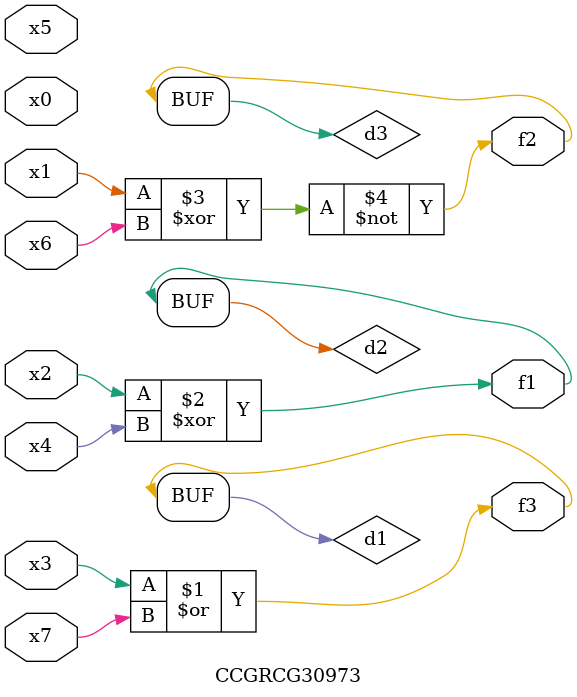
<source format=v>
module CCGRCG30973(
	input x0, x1, x2, x3, x4, x5, x6, x7,
	output f1, f2, f3
);

	wire d1, d2, d3;

	or (d1, x3, x7);
	xor (d2, x2, x4);
	xnor (d3, x1, x6);
	assign f1 = d2;
	assign f2 = d3;
	assign f3 = d1;
endmodule

</source>
